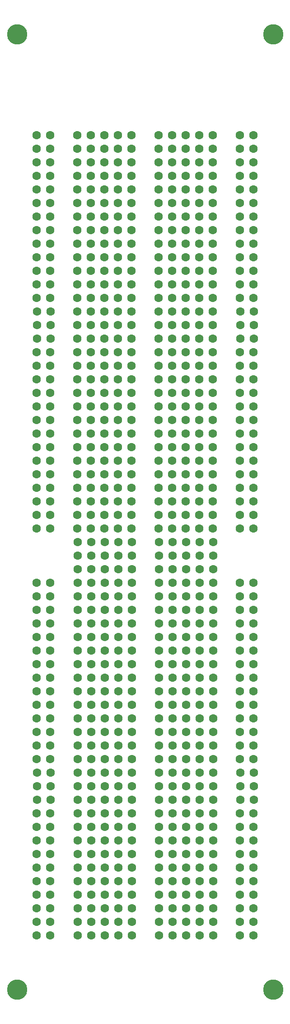
<source format=gbl>
G04 #@! TF.GenerationSoftware,KiCad,Pcbnew,8.0.2*
G04 #@! TF.CreationDate,2024-08-26T09:50:47-06:00*
G04 #@! TF.ProjectId,Perfboard_1_Vertical,50657266-626f-4617-9264-5f315f566572,rev?*
G04 #@! TF.SameCoordinates,Original*
G04 #@! TF.FileFunction,Copper,L2,Bot*
G04 #@! TF.FilePolarity,Positive*
%FSLAX46Y46*%
G04 Gerber Fmt 4.6, Leading zero omitted, Abs format (unit mm)*
G04 Created by KiCad (PCBNEW 8.0.2) date 2024-08-26 09:50:47*
%MOMM*%
%LPD*%
G01*
G04 APERTURE LIST*
G04 #@! TA.AperFunction,ComponentPad*
%ADD10C,2.600000*%
G04 #@! TD*
G04 #@! TA.AperFunction,ConnectorPad*
%ADD11C,3.800000*%
G04 #@! TD*
G04 #@! TA.AperFunction,ComponentPad*
%ADD12C,1.600000*%
G04 #@! TD*
G04 APERTURE END LIST*
D10*
X88000000Y-34000000D03*
D11*
X88000000Y-34000000D03*
D12*
X99360000Y-149380000D03*
X132320000Y-65560000D03*
X109460000Y-73180000D03*
X91680000Y-195100000D03*
X119620000Y-93500000D03*
X129840000Y-177320000D03*
X124700000Y-121440000D03*
X101900000Y-139220000D03*
X124760000Y-141760000D03*
X124760000Y-134140000D03*
X106980000Y-169700000D03*
X132320000Y-190020000D03*
X106980000Y-149380000D03*
X109520000Y-172240000D03*
X119620000Y-118900000D03*
X94220000Y-159540000D03*
X101900000Y-187480000D03*
X106980000Y-182400000D03*
X119680000Y-200180000D03*
X122220000Y-177320000D03*
X104440000Y-177320000D03*
X99300000Y-52860000D03*
X109520000Y-149380000D03*
X99360000Y-159540000D03*
X119620000Y-126520000D03*
X99300000Y-113820000D03*
X109520000Y-144300000D03*
X122220000Y-202720000D03*
X99300000Y-123980000D03*
X99300000Y-88420000D03*
X119620000Y-108740000D03*
X106920000Y-70640000D03*
X117140000Y-129060000D03*
X117080000Y-70640000D03*
X91740000Y-88420000D03*
X119620000Y-90960000D03*
X117080000Y-52860000D03*
X124700000Y-108740000D03*
X124760000Y-139220000D03*
X101900000Y-129060000D03*
X106920000Y-121440000D03*
X117080000Y-121440000D03*
X114600000Y-159540000D03*
X109460000Y-101120000D03*
X122220000Y-129060000D03*
X104440000Y-141760000D03*
X99300000Y-98580000D03*
X91680000Y-116360000D03*
X132320000Y-149380000D03*
X117140000Y-136680000D03*
X91680000Y-202720000D03*
X91680000Y-80800000D03*
X94220000Y-182400000D03*
X122160000Y-93500000D03*
X104380000Y-68100000D03*
X117140000Y-187480000D03*
X94220000Y-154460000D03*
X114540000Y-80800000D03*
X124700000Y-123980000D03*
X99300000Y-75720000D03*
X117080000Y-85880000D03*
X91680000Y-70640000D03*
X117080000Y-118900000D03*
X129780000Y-57940000D03*
X119680000Y-134140000D03*
X109520000Y-200180000D03*
X117140000Y-164620000D03*
X109460000Y-98580000D03*
X104380000Y-90960000D03*
X132320000Y-169700000D03*
X114540000Y-123980000D03*
X129780000Y-78260000D03*
X104440000Y-134140000D03*
X122160000Y-126520000D03*
X94220000Y-75720000D03*
X99360000Y-174780000D03*
X132320000Y-164620000D03*
X119620000Y-52860000D03*
X119680000Y-177320000D03*
X124700000Y-57940000D03*
X122160000Y-113820000D03*
X114600000Y-192560000D03*
X91680000Y-197640000D03*
X94220000Y-164620000D03*
X101900000Y-177320000D03*
X114540000Y-101120000D03*
X109460000Y-106200000D03*
X101840000Y-75720000D03*
X99360000Y-200180000D03*
X117080000Y-116360000D03*
X94220000Y-63020000D03*
X106980000Y-164620000D03*
X101900000Y-131600000D03*
X122220000Y-136680000D03*
X129780000Y-149380000D03*
X101900000Y-144300000D03*
X119680000Y-131600000D03*
X124760000Y-195100000D03*
X129780000Y-96040000D03*
X94220000Y-118900000D03*
X106980000Y-134140000D03*
X122220000Y-162080000D03*
X109460000Y-55400000D03*
X99360000Y-134140000D03*
X106920000Y-60480000D03*
X119620000Y-85880000D03*
X91680000Y-146840000D03*
X104380000Y-78260000D03*
X94220000Y-195100000D03*
X106920000Y-65560000D03*
X122220000Y-134140000D03*
X129780000Y-113820000D03*
X99360000Y-202720000D03*
X119620000Y-113820000D03*
X104380000Y-96040000D03*
X122160000Y-65560000D03*
X94220000Y-96040000D03*
X94220000Y-106200000D03*
X132380000Y-90960000D03*
X129780000Y-123980000D03*
X132320000Y-159540000D03*
X101840000Y-85880000D03*
X114600000Y-174780000D03*
X132320000Y-75720000D03*
X132380000Y-172240000D03*
X91680000Y-190020000D03*
X106980000Y-172240000D03*
X122160000Y-96040000D03*
X124760000Y-154460000D03*
X124700000Y-73180000D03*
X122160000Y-83340000D03*
X106920000Y-52860000D03*
X132320000Y-157000000D03*
X106920000Y-78260000D03*
X101900000Y-184940000D03*
X99300000Y-73180000D03*
X99360000Y-144300000D03*
X99360000Y-197640000D03*
X94280000Y-85880000D03*
X91680000Y-182400000D03*
X122160000Y-88420000D03*
X94220000Y-116360000D03*
X117140000Y-177320000D03*
X119620000Y-103660000D03*
X132320000Y-118900000D03*
X101840000Y-116360000D03*
X106980000Y-136680000D03*
X129780000Y-52860000D03*
X94280000Y-88420000D03*
X91680000Y-68100000D03*
X94280000Y-177320000D03*
X104440000Y-195100000D03*
X117080000Y-90960000D03*
X117080000Y-75720000D03*
X132320000Y-63020000D03*
X99360000Y-157000000D03*
X109460000Y-116360000D03*
X114540000Y-65560000D03*
X132320000Y-182400000D03*
X132320000Y-111280000D03*
X132320000Y-146840000D03*
X129840000Y-172240000D03*
X104440000Y-139220000D03*
X132320000Y-139220000D03*
X122160000Y-101120000D03*
X129780000Y-83340000D03*
X106920000Y-108740000D03*
X109520000Y-139220000D03*
X117080000Y-126520000D03*
X94220000Y-70640000D03*
X101840000Y-88420000D03*
X106920000Y-80800000D03*
X119680000Y-187480000D03*
X91740000Y-174780000D03*
X101840000Y-126520000D03*
X129780000Y-141760000D03*
X104380000Y-80800000D03*
X104380000Y-108740000D03*
X106920000Y-96040000D03*
X104380000Y-103660000D03*
X106980000Y-177320000D03*
X132320000Y-154460000D03*
X104380000Y-52860000D03*
X99360000Y-179860000D03*
X91680000Y-78260000D03*
X117080000Y-108740000D03*
X129780000Y-103660000D03*
X104440000Y-184940000D03*
X129780000Y-121440000D03*
X99300000Y-55400000D03*
X129780000Y-136680000D03*
X99360000Y-182400000D03*
X122220000Y-179860000D03*
X114600000Y-187480000D03*
X119680000Y-195100000D03*
X132320000Y-121440000D03*
X119620000Y-78260000D03*
X124700000Y-118900000D03*
X129780000Y-151920000D03*
X132380000Y-177320000D03*
X104380000Y-55400000D03*
X109460000Y-85880000D03*
X99360000Y-184940000D03*
X101900000Y-195100000D03*
X129780000Y-111280000D03*
X91680000Y-187480000D03*
X114600000Y-200180000D03*
X122220000Y-141760000D03*
X101840000Y-60480000D03*
X117080000Y-88420000D03*
X94280000Y-90960000D03*
X91680000Y-118900000D03*
X99300000Y-85880000D03*
X124760000Y-146840000D03*
X101840000Y-63020000D03*
X117140000Y-141760000D03*
X101840000Y-73180000D03*
X101900000Y-164620000D03*
X104380000Y-63020000D03*
X117140000Y-162080000D03*
X94220000Y-93500000D03*
X91680000Y-167160000D03*
X94280000Y-174780000D03*
X109520000Y-164620000D03*
X132320000Y-162080000D03*
D10*
X136000000Y-34000000D03*
D11*
X136000000Y-34000000D03*
D12*
X132320000Y-103660000D03*
X132380000Y-85880000D03*
X109460000Y-52860000D03*
X109520000Y-177320000D03*
X109520000Y-154460000D03*
X119620000Y-70640000D03*
X101840000Y-96040000D03*
X117080000Y-60480000D03*
X119680000Y-151920000D03*
X129780000Y-116360000D03*
X124760000Y-157000000D03*
X132320000Y-126520000D03*
X129780000Y-187480000D03*
X99360000Y-146840000D03*
X99300000Y-70640000D03*
X114540000Y-68100000D03*
X129780000Y-146840000D03*
X132320000Y-80800000D03*
X132320000Y-101120000D03*
X132320000Y-113820000D03*
X117080000Y-63020000D03*
X91680000Y-179860000D03*
X129780000Y-164620000D03*
X106920000Y-68100000D03*
X114540000Y-108740000D03*
X114600000Y-129060000D03*
X119620000Y-98580000D03*
X114600000Y-182400000D03*
X122160000Y-73180000D03*
X99300000Y-96040000D03*
X109520000Y-182400000D03*
X122220000Y-197640000D03*
X99360000Y-131600000D03*
X124760000Y-197640000D03*
X124700000Y-83340000D03*
X99360000Y-129060000D03*
X94220000Y-113820000D03*
X109460000Y-88420000D03*
X104440000Y-197640000D03*
X94220000Y-202720000D03*
X114600000Y-157000000D03*
X106920000Y-75720000D03*
X109520000Y-136680000D03*
X101900000Y-190020000D03*
X117080000Y-103660000D03*
X132320000Y-96040000D03*
X129780000Y-192560000D03*
X114540000Y-126520000D03*
X117080000Y-65560000D03*
X119680000Y-182400000D03*
X101840000Y-101120000D03*
X124700000Y-113820000D03*
X122220000Y-190020000D03*
X124760000Y-149380000D03*
X104440000Y-172240000D03*
X119620000Y-80800000D03*
X91680000Y-151920000D03*
X109520000Y-134140000D03*
X124760000Y-190020000D03*
X117080000Y-80800000D03*
X114600000Y-167160000D03*
X106920000Y-116360000D03*
X119620000Y-111280000D03*
X129840000Y-85880000D03*
X106980000Y-139220000D03*
X101840000Y-57940000D03*
X117080000Y-57940000D03*
X132380000Y-174780000D03*
X117140000Y-192560000D03*
X101840000Y-103660000D03*
X132320000Y-52860000D03*
X101900000Y-151920000D03*
X124700000Y-111280000D03*
X119680000Y-154460000D03*
X124700000Y-90960000D03*
X101840000Y-106200000D03*
X106980000Y-141760000D03*
X129840000Y-90960000D03*
X129780000Y-190020000D03*
X99360000Y-195100000D03*
X119620000Y-57940000D03*
X106920000Y-83340000D03*
X106980000Y-131600000D03*
X104380000Y-88420000D03*
X104440000Y-149380000D03*
X114540000Y-63020000D03*
X114540000Y-116360000D03*
X114540000Y-98580000D03*
X104380000Y-83340000D03*
D10*
X136000000Y-212880000D03*
D11*
X136000000Y-212880000D03*
D12*
X124700000Y-65560000D03*
X124760000Y-151920000D03*
X109520000Y-141760000D03*
X124760000Y-169700000D03*
X119620000Y-75720000D03*
X119680000Y-164620000D03*
X101900000Y-167160000D03*
X104440000Y-144300000D03*
X106980000Y-192560000D03*
X91680000Y-164620000D03*
X132320000Y-167160000D03*
X122160000Y-63020000D03*
X119680000Y-144300000D03*
X101900000Y-197640000D03*
X94220000Y-83340000D03*
X91740000Y-172240000D03*
X101840000Y-121440000D03*
X109520000Y-146840000D03*
X114600000Y-184940000D03*
X91680000Y-111280000D03*
X114600000Y-164620000D03*
X122160000Y-60480000D03*
X129780000Y-126520000D03*
X129780000Y-184940000D03*
X117140000Y-146840000D03*
X101840000Y-118900000D03*
X124760000Y-172240000D03*
X94220000Y-187480000D03*
X132320000Y-106200000D03*
X109520000Y-192560000D03*
X117080000Y-73180000D03*
X114540000Y-90960000D03*
X109460000Y-121440000D03*
X101840000Y-52860000D03*
X117140000Y-172240000D03*
X109520000Y-190020000D03*
X122160000Y-116360000D03*
X101840000Y-70640000D03*
X129780000Y-182400000D03*
X117080000Y-113820000D03*
X114600000Y-151920000D03*
X101900000Y-162080000D03*
X109460000Y-75720000D03*
X129780000Y-68100000D03*
X94220000Y-167160000D03*
X124700000Y-98580000D03*
X122220000Y-144300000D03*
X104380000Y-93500000D03*
X122220000Y-187480000D03*
X106980000Y-151920000D03*
X132320000Y-192560000D03*
X122160000Y-90960000D03*
X99300000Y-111280000D03*
X101840000Y-78260000D03*
X119680000Y-159540000D03*
X132320000Y-184940000D03*
X114600000Y-172240000D03*
X106980000Y-144300000D03*
X117140000Y-195100000D03*
X104440000Y-162080000D03*
X94220000Y-146840000D03*
X101840000Y-98580000D03*
X119620000Y-68100000D03*
X124760000Y-167160000D03*
X104440000Y-159540000D03*
X99360000Y-192560000D03*
X104440000Y-136680000D03*
X122220000Y-164620000D03*
X101900000Y-202720000D03*
X122160000Y-98580000D03*
X99360000Y-139220000D03*
X124700000Y-116360000D03*
X91740000Y-85880000D03*
X114600000Y-144300000D03*
X114540000Y-93500000D03*
X106920000Y-93500000D03*
X109460000Y-65560000D03*
X122220000Y-184940000D03*
X122160000Y-123980000D03*
X119620000Y-88420000D03*
X114600000Y-131600000D03*
X119620000Y-55400000D03*
X91680000Y-169700000D03*
X99300000Y-108740000D03*
X122160000Y-108740000D03*
X114540000Y-111280000D03*
X109460000Y-70640000D03*
X106920000Y-101120000D03*
X91680000Y-98580000D03*
X114540000Y-57940000D03*
X124760000Y-144300000D03*
X124700000Y-70640000D03*
X122160000Y-121440000D03*
X122220000Y-200180000D03*
X91680000Y-154460000D03*
X114600000Y-136680000D03*
X94220000Y-121440000D03*
X106920000Y-63020000D03*
X101900000Y-174780000D03*
X106980000Y-162080000D03*
X124760000Y-187480000D03*
X101900000Y-146840000D03*
X109460000Y-118900000D03*
X117140000Y-159540000D03*
X91680000Y-159540000D03*
X106980000Y-146840000D03*
X122220000Y-169700000D03*
X129840000Y-174780000D03*
X109460000Y-96040000D03*
X94220000Y-123980000D03*
X94220000Y-108740000D03*
X117140000Y-190020000D03*
X119620000Y-116360000D03*
X119680000Y-202720000D03*
X109520000Y-187480000D03*
X104440000Y-167160000D03*
X132320000Y-197640000D03*
X99300000Y-57940000D03*
X124700000Y-88420000D03*
X119680000Y-157000000D03*
X114540000Y-88420000D03*
X122160000Y-75720000D03*
X129780000Y-101120000D03*
X129780000Y-167160000D03*
X99360000Y-162080000D03*
X114540000Y-113820000D03*
X122220000Y-149380000D03*
X109520000Y-195100000D03*
X114600000Y-169700000D03*
X117080000Y-68100000D03*
X122220000Y-192560000D03*
D10*
X88000000Y-212880000D03*
D11*
X88000000Y-212880000D03*
D12*
X132320000Y-187480000D03*
X94220000Y-190020000D03*
X122160000Y-68100000D03*
X94220000Y-149380000D03*
X124760000Y-177320000D03*
X91680000Y-144300000D03*
X99300000Y-93500000D03*
X91680000Y-73180000D03*
X91680000Y-93500000D03*
X119680000Y-167160000D03*
X129780000Y-157000000D03*
X122220000Y-157000000D03*
X99360000Y-190020000D03*
X91680000Y-108740000D03*
X91680000Y-126520000D03*
X119620000Y-63020000D03*
X109520000Y-174780000D03*
X132320000Y-60480000D03*
X101900000Y-157000000D03*
X114540000Y-106200000D03*
X109520000Y-179860000D03*
X114540000Y-70640000D03*
X91680000Y-52860000D03*
X106980000Y-159540000D03*
X114540000Y-75720000D03*
X114540000Y-121440000D03*
X114600000Y-197640000D03*
X104440000Y-154460000D03*
X124700000Y-80800000D03*
X124760000Y-179860000D03*
X106920000Y-106200000D03*
X117140000Y-139220000D03*
X124760000Y-162080000D03*
X99300000Y-78260000D03*
X94220000Y-151920000D03*
X119680000Y-192560000D03*
X114600000Y-162080000D03*
X109460000Y-57940000D03*
X124700000Y-63020000D03*
X124700000Y-101120000D03*
X101900000Y-136680000D03*
X132320000Y-123980000D03*
X124700000Y-52860000D03*
X109520000Y-162080000D03*
X104440000Y-182400000D03*
X132320000Y-68100000D03*
X104380000Y-101120000D03*
X117140000Y-167160000D03*
X122220000Y-159540000D03*
X122220000Y-172240000D03*
X114540000Y-96040000D03*
X119680000Y-141760000D03*
X106980000Y-195100000D03*
X94220000Y-55400000D03*
X91680000Y-192560000D03*
X129780000Y-144300000D03*
X109460000Y-113820000D03*
X109520000Y-169700000D03*
X94220000Y-65560000D03*
X124760000Y-136680000D03*
X104380000Y-126520000D03*
X132320000Y-73180000D03*
X91680000Y-75720000D03*
X106920000Y-126520000D03*
X94220000Y-57940000D03*
X129780000Y-63020000D03*
X117080000Y-98580000D03*
X91680000Y-55400000D03*
X122220000Y-151920000D03*
X117140000Y-184940000D03*
X129780000Y-202720000D03*
X119680000Y-184940000D03*
X106980000Y-179860000D03*
X99300000Y-65560000D03*
X119680000Y-146840000D03*
X124700000Y-85880000D03*
X99360000Y-167160000D03*
X109460000Y-123980000D03*
X99300000Y-116360000D03*
X106980000Y-174780000D03*
X132320000Y-144300000D03*
X104380000Y-70640000D03*
X132320000Y-202720000D03*
X91680000Y-65560000D03*
X104440000Y-192560000D03*
X94220000Y-98580000D03*
X124760000Y-202720000D03*
X124700000Y-55400000D03*
X124700000Y-78260000D03*
X104440000Y-169700000D03*
X114540000Y-83340000D03*
X117140000Y-134140000D03*
X114600000Y-139220000D03*
X119620000Y-65560000D03*
X109520000Y-167160000D03*
X91680000Y-121440000D03*
X117140000Y-200180000D03*
X91680000Y-57940000D03*
X106980000Y-202720000D03*
X94220000Y-200180000D03*
X109460000Y-78260000D03*
X104380000Y-85880000D03*
X104440000Y-174780000D03*
X119620000Y-96040000D03*
X122220000Y-154460000D03*
X119620000Y-101120000D03*
X129780000Y-195100000D03*
X91680000Y-63020000D03*
X124760000Y-200180000D03*
X129780000Y-118900000D03*
X104380000Y-106200000D03*
X99300000Y-83340000D03*
X91680000Y-162080000D03*
X129780000Y-55400000D03*
X124700000Y-60480000D03*
X94220000Y-60480000D03*
X104380000Y-60480000D03*
X119680000Y-136680000D03*
X99300000Y-63020000D03*
X101900000Y-169700000D03*
X104380000Y-111280000D03*
X117080000Y-96040000D03*
X106980000Y-157000000D03*
X122160000Y-118900000D03*
X132320000Y-98580000D03*
X124700000Y-96040000D03*
X117080000Y-93500000D03*
X106920000Y-111280000D03*
X94220000Y-68100000D03*
X99360000Y-169700000D03*
X101900000Y-172240000D03*
X94220000Y-179860000D03*
X114600000Y-179860000D03*
X119620000Y-121440000D03*
X99360000Y-172240000D03*
X114540000Y-73180000D03*
X124700000Y-106200000D03*
X122160000Y-85880000D03*
X101840000Y-68100000D03*
X129780000Y-179860000D03*
X119680000Y-129060000D03*
X91740000Y-177320000D03*
X129780000Y-80800000D03*
X119680000Y-172240000D03*
X99360000Y-187480000D03*
X119680000Y-174780000D03*
X104380000Y-57940000D03*
X101900000Y-182400000D03*
X109520000Y-184940000D03*
X91680000Y-96040000D03*
X129780000Y-73180000D03*
X109520000Y-131600000D03*
X91680000Y-184940000D03*
X114600000Y-177320000D03*
X117080000Y-123980000D03*
X104380000Y-123980000D03*
X101840000Y-108740000D03*
X91680000Y-113820000D03*
X99300000Y-60480000D03*
X129780000Y-197640000D03*
X101900000Y-159540000D03*
X124700000Y-75720000D03*
X132320000Y-57940000D03*
X132320000Y-136680000D03*
X124760000Y-131600000D03*
X109460000Y-93500000D03*
X101840000Y-80800000D03*
X114600000Y-202720000D03*
X94280000Y-172240000D03*
X124700000Y-68100000D03*
X101840000Y-123980000D03*
X101840000Y-90960000D03*
X122220000Y-139220000D03*
X109460000Y-90960000D03*
X114600000Y-134140000D03*
X122220000Y-195100000D03*
X101840000Y-55400000D03*
X114540000Y-55400000D03*
X129780000Y-98580000D03*
X114600000Y-195100000D03*
X129780000Y-75720000D03*
X94220000Y-78260000D03*
X104380000Y-73180000D03*
X104380000Y-65560000D03*
X122160000Y-55400000D03*
X114540000Y-52860000D03*
X91680000Y-83340000D03*
X109460000Y-80800000D03*
X94220000Y-192560000D03*
X94220000Y-197640000D03*
X104380000Y-116360000D03*
X117140000Y-202720000D03*
X106920000Y-57940000D03*
X119680000Y-162080000D03*
X104380000Y-113820000D03*
X91680000Y-106200000D03*
X109460000Y-63020000D03*
X132320000Y-83340000D03*
X104380000Y-118900000D03*
X94220000Y-52860000D03*
X129840000Y-88420000D03*
X132320000Y-70640000D03*
X122220000Y-146840000D03*
X122160000Y-80800000D03*
X101900000Y-149380000D03*
X129780000Y-108740000D03*
X122220000Y-174780000D03*
X124760000Y-192560000D03*
X91680000Y-103660000D03*
X117140000Y-197640000D03*
X117140000Y-154460000D03*
X106980000Y-129060000D03*
X117140000Y-144300000D03*
X122220000Y-131600000D03*
X122160000Y-78260000D03*
X104440000Y-157000000D03*
X99300000Y-118900000D03*
X104440000Y-179860000D03*
X132320000Y-55400000D03*
X101900000Y-154460000D03*
X114600000Y-190020000D03*
X94220000Y-136680000D03*
X106920000Y-85880000D03*
X109520000Y-157000000D03*
X91680000Y-101120000D03*
X117080000Y-83340000D03*
X99300000Y-90960000D03*
X129780000Y-159540000D03*
X129780000Y-139220000D03*
X117140000Y-151920000D03*
X94220000Y-101120000D03*
X91680000Y-123980000D03*
X99300000Y-80800000D03*
X94220000Y-80800000D03*
X122220000Y-182400000D03*
X117140000Y-157000000D03*
X132320000Y-93500000D03*
X129780000Y-154460000D03*
X109460000Y-111280000D03*
X91680000Y-136680000D03*
X117140000Y-174780000D03*
X124760000Y-159540000D03*
X129780000Y-60480000D03*
X104440000Y-190020000D03*
X104440000Y-202720000D03*
X91740000Y-90960000D03*
X119680000Y-139220000D03*
X132320000Y-151920000D03*
X101900000Y-134140000D03*
X94220000Y-144300000D03*
X114540000Y-78260000D03*
X104380000Y-98580000D03*
X91680000Y-200180000D03*
X124700000Y-126520000D03*
X119680000Y-169700000D03*
X119620000Y-83340000D03*
X117140000Y-149380000D03*
X119680000Y-149380000D03*
X109520000Y-159540000D03*
X124760000Y-164620000D03*
X94220000Y-162080000D03*
X119620000Y-73180000D03*
X91680000Y-149380000D03*
X124700000Y-93500000D03*
X109520000Y-202720000D03*
X104440000Y-146840000D03*
X132320000Y-141760000D03*
X106920000Y-103660000D03*
X122160000Y-106200000D03*
X132320000Y-116360000D03*
X132320000Y-200180000D03*
X124760000Y-129060000D03*
X109460000Y-126520000D03*
X101840000Y-113820000D03*
X106920000Y-88420000D03*
X109520000Y-129060000D03*
X132320000Y-195100000D03*
X114600000Y-154460000D03*
X132320000Y-108740000D03*
X99360000Y-154460000D03*
X106980000Y-200180000D03*
X99300000Y-103660000D03*
X101900000Y-192560000D03*
X109520000Y-151920000D03*
X132320000Y-78260000D03*
X119620000Y-60480000D03*
X91680000Y-141760000D03*
X106920000Y-118900000D03*
X124760000Y-184940000D03*
X114540000Y-60480000D03*
X94220000Y-184940000D03*
X122220000Y-167160000D03*
X117140000Y-169700000D03*
X119680000Y-197640000D03*
X104440000Y-131600000D03*
X122160000Y-70640000D03*
X106920000Y-73180000D03*
X122160000Y-103660000D03*
X99360000Y-141760000D03*
X109460000Y-60480000D03*
X99360000Y-136680000D03*
X94220000Y-169700000D03*
X119680000Y-179860000D03*
X106980000Y-167160000D03*
X106980000Y-154460000D03*
X91680000Y-139220000D03*
X129780000Y-162080000D03*
X94220000Y-111280000D03*
X129780000Y-70640000D03*
X117140000Y-179860000D03*
X94220000Y-157000000D03*
X124760000Y-182400000D03*
X101840000Y-111280000D03*
X117080000Y-78260000D03*
X109460000Y-103660000D03*
X124760000Y-174780000D03*
X94220000Y-126520000D03*
X106920000Y-98580000D03*
X117080000Y-101120000D03*
X129780000Y-169700000D03*
X109460000Y-83340000D03*
X99300000Y-126520000D03*
X114540000Y-103660000D03*
X99300000Y-106200000D03*
X101840000Y-65560000D03*
X106920000Y-90960000D03*
X117080000Y-111280000D03*
X104440000Y-200180000D03*
X101840000Y-83340000D03*
X117140000Y-182400000D03*
X99300000Y-101120000D03*
X114540000Y-118900000D03*
X114600000Y-141760000D03*
X122160000Y-111280000D03*
X129780000Y-93500000D03*
X109460000Y-68100000D03*
X104380000Y-75720000D03*
X106920000Y-113820000D03*
X124700000Y-103660000D03*
X104440000Y-187480000D03*
X94220000Y-103660000D03*
X129780000Y-106200000D03*
X101900000Y-179860000D03*
X132320000Y-179860000D03*
X99360000Y-151920000D03*
X122160000Y-57940000D03*
X106980000Y-197640000D03*
X101900000Y-200180000D03*
X91680000Y-60480000D03*
X122160000Y-52860000D03*
X106980000Y-184940000D03*
X129780000Y-65560000D03*
X101900000Y-141760000D03*
X99300000Y-68100000D03*
X104440000Y-129060000D03*
X106980000Y-187480000D03*
X117080000Y-106200000D03*
X117080000Y-55400000D03*
X132380000Y-88420000D03*
X114600000Y-146840000D03*
X117140000Y-131600000D03*
X99360000Y-164620000D03*
X101840000Y-93500000D03*
X94220000Y-141760000D03*
X114540000Y-85880000D03*
X94220000Y-139220000D03*
X114600000Y-149380000D03*
X119680000Y-190020000D03*
X106920000Y-55400000D03*
X99300000Y-121440000D03*
X119620000Y-123980000D03*
X94220000Y-73180000D03*
X91680000Y-157000000D03*
X104440000Y-164620000D03*
X129780000Y-200180000D03*
X106920000Y-123980000D03*
X99360000Y-177320000D03*
X104440000Y-151920000D03*
X104380000Y-121440000D03*
X109460000Y-108740000D03*
X106980000Y-190020000D03*
X109520000Y-197640000D03*
X119620000Y-106200000D03*
M02*

</source>
